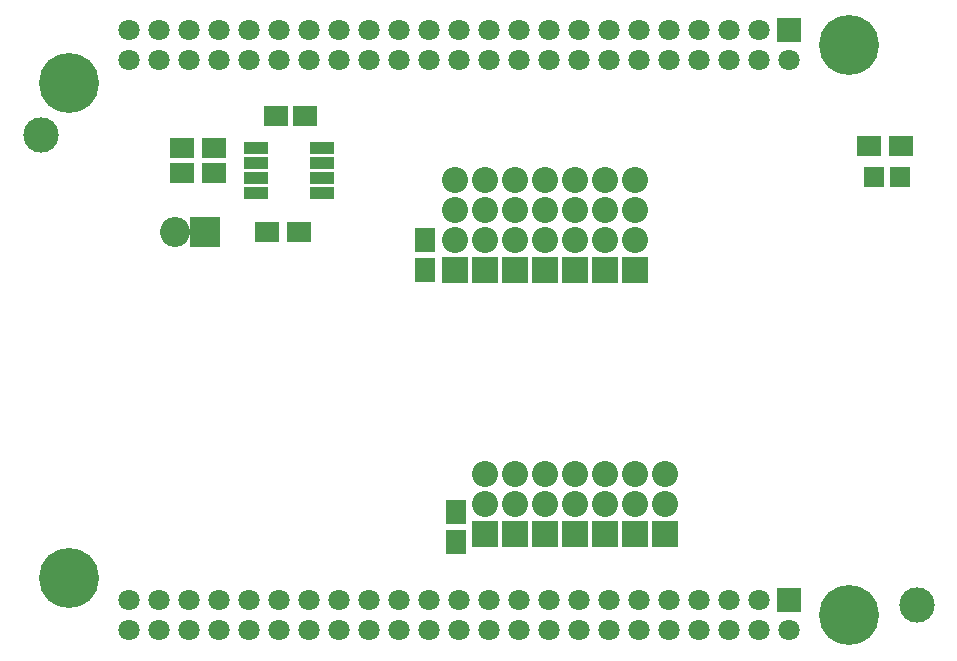
<source format=gbr>
G04 #@! TF.FileFunction,Soldermask,Top*
%FSLAX46Y46*%
G04 Gerber Fmt 4.6, Leading zero omitted, Abs format (unit mm)*
G04 Created by KiCad (PCBNEW 4.0.5) date 06/08/17 20:21:41*
%MOMM*%
%LPD*%
G01*
G04 APERTURE LIST*
%ADD10C,0.150000*%
%ADD11C,3.000000*%
%ADD12R,2.159000X1.107440*%
%ADD13C,5.080000*%
%ADD14R,2.159000X2.159000*%
%ADD15C,1.808480*%
%ADD16R,2.540000X2.540000*%
%ADD17O,2.540000X2.540000*%
%ADD18R,2.008000X1.808000*%
%ADD19R,1.758000X2.008000*%
%ADD20R,2.008000X1.758000*%
%ADD21R,2.208000X2.208000*%
%ADD22O,2.208000X2.208000*%
%ADD23R,1.708000X1.708000*%
G04 APERTURE END LIST*
D10*
D11*
X171196000Y-103251000D03*
X97028000Y-63500000D03*
D12*
X115290600Y-68376800D03*
X120878600Y-68376800D03*
X115290600Y-67106800D03*
X115290600Y-65836800D03*
X115290600Y-64566800D03*
X120878600Y-67106800D03*
X120878600Y-65836800D03*
X120878600Y-64566800D03*
D13*
X99441000Y-59055000D03*
X165481000Y-55880000D03*
X165481000Y-104140000D03*
X99441000Y-100965000D03*
D14*
X160401000Y-54610000D03*
D15*
X160401000Y-57150000D03*
X157861000Y-54610000D03*
X157861000Y-57150000D03*
X155321000Y-54610000D03*
X155321000Y-57150000D03*
X152781000Y-54610000D03*
X152781000Y-57150000D03*
X150241000Y-54610000D03*
X150241000Y-57150000D03*
X147701000Y-54610000D03*
X147701000Y-57150000D03*
X145161000Y-54610000D03*
X145161000Y-57150000D03*
X142621000Y-54610000D03*
X142621000Y-57150000D03*
X140081000Y-54610000D03*
X140081000Y-57150000D03*
X137541000Y-54610000D03*
X137541000Y-57150000D03*
X135001000Y-54610000D03*
X135001000Y-57150000D03*
X132461000Y-54610000D03*
X132461000Y-57150000D03*
X129921000Y-54610000D03*
X129921000Y-57150000D03*
X127381000Y-54610000D03*
X127381000Y-57150000D03*
X124841000Y-54610000D03*
X124841000Y-57150000D03*
X122301000Y-54610000D03*
X122301000Y-57150000D03*
X119761000Y-54610000D03*
X119761000Y-57150000D03*
X117221000Y-54610000D03*
X117221000Y-57150000D03*
X114681000Y-54610000D03*
X114681000Y-57150000D03*
X112141000Y-54610000D03*
X112141000Y-57150000D03*
X109601000Y-54610000D03*
X109601000Y-57150000D03*
X107061000Y-54610000D03*
X107061000Y-57150000D03*
X104521000Y-54610000D03*
X104521000Y-57150000D03*
D14*
X160401000Y-102870000D03*
D15*
X160401000Y-105410000D03*
X157861000Y-102870000D03*
X157861000Y-105410000D03*
X155321000Y-102870000D03*
X155321000Y-105410000D03*
X152781000Y-102870000D03*
X152781000Y-105410000D03*
X150241000Y-102870000D03*
X150241000Y-105410000D03*
X147701000Y-102870000D03*
X147701000Y-105410000D03*
X145161000Y-102870000D03*
X145161000Y-105410000D03*
X142621000Y-102870000D03*
X142621000Y-105410000D03*
X140081000Y-102870000D03*
X140081000Y-105410000D03*
X137541000Y-102870000D03*
X137541000Y-105410000D03*
X135001000Y-102870000D03*
X135001000Y-105410000D03*
X132461000Y-102870000D03*
X132461000Y-105410000D03*
X129921000Y-102870000D03*
X129921000Y-105410000D03*
X127381000Y-102870000D03*
X127381000Y-105410000D03*
X124841000Y-102870000D03*
X124841000Y-105410000D03*
X122301000Y-102870000D03*
X122301000Y-105410000D03*
X119761000Y-102870000D03*
X119761000Y-105410000D03*
X117221000Y-102870000D03*
X117221000Y-105410000D03*
X114681000Y-102870000D03*
X114681000Y-105410000D03*
X112141000Y-102870000D03*
X112141000Y-105410000D03*
X109601000Y-102870000D03*
X109601000Y-105410000D03*
X107061000Y-102870000D03*
X107061000Y-105410000D03*
X104521000Y-102870000D03*
X104521000Y-105410000D03*
D16*
X110972600Y-71678800D03*
D17*
X108432600Y-71678800D03*
D18*
X167179000Y-64389000D03*
X169879000Y-64389000D03*
X118926600Y-71678800D03*
X116226600Y-71678800D03*
X108987600Y-66725800D03*
X111687600Y-66725800D03*
X108987600Y-64566800D03*
X111687600Y-64566800D03*
D19*
X129540000Y-72410000D03*
X129540000Y-74910000D03*
D20*
X116961600Y-61899800D03*
X119461600Y-61899800D03*
D21*
X147320000Y-74930000D03*
D22*
X147320000Y-72390000D03*
X147320000Y-69850000D03*
X147320000Y-67310000D03*
D21*
X139700000Y-74930000D03*
D22*
X139700000Y-72390000D03*
X139700000Y-69850000D03*
X139700000Y-67310000D03*
D21*
X137160000Y-74930000D03*
D22*
X137160000Y-72390000D03*
X137160000Y-69850000D03*
X137160000Y-67310000D03*
D21*
X134620000Y-74930000D03*
D22*
X134620000Y-72390000D03*
X134620000Y-69850000D03*
X134620000Y-67310000D03*
D23*
X169756000Y-67056000D03*
X167556000Y-67056000D03*
D21*
X142240000Y-74930000D03*
D22*
X142240000Y-72390000D03*
X142240000Y-69850000D03*
X142240000Y-67310000D03*
D21*
X144780000Y-74930000D03*
D22*
X144780000Y-72390000D03*
X144780000Y-69850000D03*
X144780000Y-67310000D03*
D21*
X132080000Y-74930000D03*
D22*
X132080000Y-72390000D03*
X132080000Y-69850000D03*
X132080000Y-67310000D03*
D21*
X149860000Y-97282000D03*
D22*
X149860000Y-94742000D03*
X149860000Y-92202000D03*
D21*
X147320000Y-97282000D03*
D22*
X147320000Y-94742000D03*
X147320000Y-92202000D03*
D21*
X144780000Y-97282000D03*
D22*
X144780000Y-94742000D03*
X144780000Y-92202000D03*
D21*
X142240000Y-97282000D03*
D22*
X142240000Y-94742000D03*
X142240000Y-92202000D03*
D21*
X139700000Y-97282000D03*
D22*
X139700000Y-94742000D03*
X139700000Y-92202000D03*
D21*
X137160000Y-97282000D03*
D22*
X137160000Y-94742000D03*
X137160000Y-92202000D03*
D21*
X134620000Y-97282000D03*
D22*
X134620000Y-94742000D03*
X134620000Y-92202000D03*
D19*
X132207000Y-95397000D03*
X132207000Y-97897000D03*
M02*

</source>
